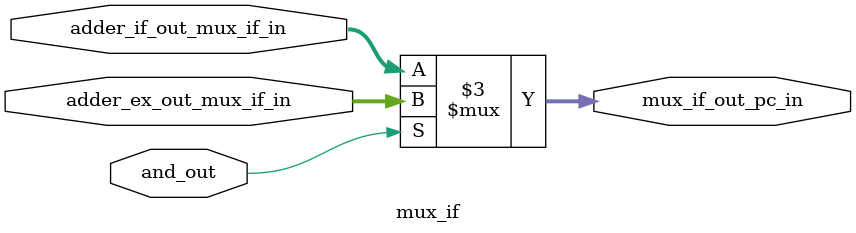
<source format=sv>
module mux_if (
  input  wire [63:0] adder_if_out_mux_if_in,
  input  wire [63:0] adder_ex_out_mux_if_in,
  input  wire        and_out,
  output reg  [63:0] mux_if_out_pc_in
);

  always @(*) begin
    if (and_out)
      mux_if_out_pc_in = adder_ex_out_mux_if_in;//no branching so always use else part
    else
      mux_if_out_pc_in = adder_if_out_mux_if_in;
  end

endmodule

</source>
